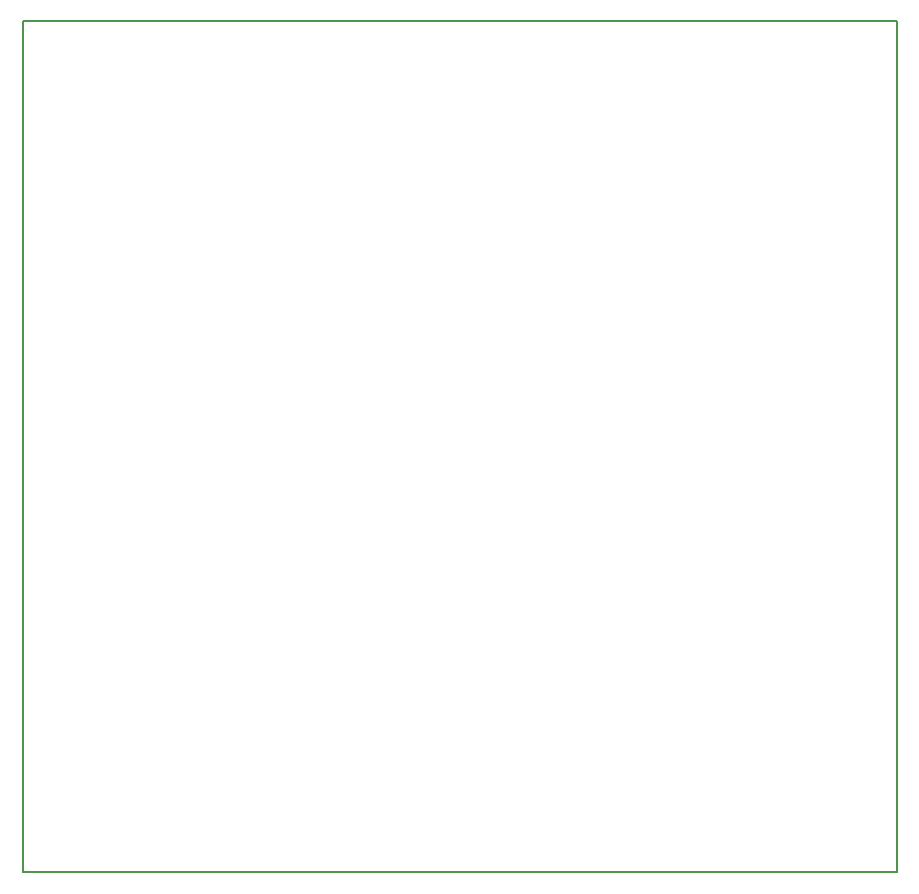
<source format=gko>
G04 DipTrace 2.4.0.2*
%IN64xAPA102Crigid.gko*%
%MOMM*%
%ADD11C,0.14*%
%FSLAX53Y53*%
G04*
G71*
G90*
G75*
G01*
%LNBoardOutline*%
%LPD*%
X10008Y82008D2*
D11*
X84008D1*
Y10008D1*
X10008D1*
Y82008D1*
M02*

</source>
